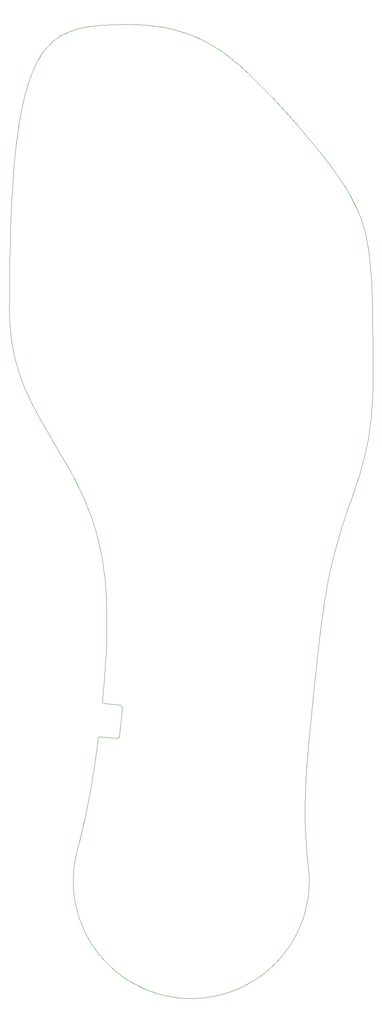
<source format=gm1>
G04 #@! TF.GenerationSoftware,KiCad,Pcbnew,(5.0.0)*
G04 #@! TF.CreationDate,2019-10-21T15:10:15+02:00*
G04 #@! TF.ProjectId,Insole_PCB,496E736F6C655F5043422E6B69636164,rev?*
G04 #@! TF.SameCoordinates,Original*
G04 #@! TF.FileFunction,Profile,NP*
%FSLAX46Y46*%
G04 Gerber Fmt 4.6, Leading zero omitted, Abs format (unit mm)*
G04 Created by KiCad (PCBNEW (5.0.0)) date 10/21/19 15:10:15*
%MOMM*%
%LPD*%
G01*
G04 APERTURE LIST*
%ADD10C,0.100000*%
G04 APERTURE END LIST*
D10*
X189388379Y-193388074D02*
G75*
G02X189599453Y-193230707I181074J-22633D01*
G01*
X190389453Y-186121040D02*
G75*
G02X190239453Y-185960707I0J150333D01*
G01*
X193879814Y-193227019D02*
G75*
G02X193449453Y-193580707I-390361J36312D01*
G01*
X194100986Y-186471691D02*
G75*
G02X194539453Y-187100707I-131533J-559016D01*
G01*
X193879453Y-193230707D02*
X194539453Y-187080707D01*
X198112720Y-41425145D02*
X196891840Y-41380545D01*
X218313750Y-49091791D02*
X217211160Y-48218073D01*
X214877750Y-46565981D02*
X213633090Y-45795160D01*
X208729260Y-43452965D02*
X207937560Y-43172655D01*
X180730767Y-44229395D02*
X180249871Y-44576015D01*
X181227346Y-43909155D02*
X180730767Y-44229395D01*
X182821591Y-43091215D02*
X182271714Y-43341625D01*
X183391317Y-42860985D02*
X182821591Y-43091215D01*
X184595027Y-42456965D02*
X183981965Y-42649455D01*
X206266160Y-42661885D02*
X205382490Y-42433325D01*
X200404960Y-41596445D02*
X199282920Y-41497645D01*
X193759870Y-41381245D02*
X192866800Y-41402045D01*
X189531613Y-41591145D02*
X188756677Y-41669045D01*
X199282920Y-41497645D02*
X198112720Y-41425145D01*
X203509270Y-42034555D02*
X202515760Y-41866235D01*
X181740647Y-43613755D02*
X181227346Y-43909155D01*
X212327210Y-45066215D02*
X210952200Y-44382355D01*
X204464190Y-42223895D02*
X203509270Y-42034555D01*
X187276849Y-41867315D02*
X186571790Y-41989345D01*
X188005117Y-41760845D02*
X187276849Y-41867315D01*
X188756677Y-41669045D02*
X188005117Y-41760845D01*
X207937560Y-43172655D02*
X207117190Y-42908645D01*
X210952200Y-44382355D02*
X210234590Y-44058755D01*
X216068130Y-47374880D02*
X214877750Y-46565981D01*
X195617750Y-41365345D02*
X194676830Y-41369345D01*
X196891840Y-41380545D02*
X195617750Y-41365345D01*
X190330010Y-41526345D02*
X189531613Y-41591145D01*
X182271714Y-43341625D02*
X181740647Y-43613755D01*
X194676830Y-41369345D02*
X193759870Y-41381245D01*
X202515760Y-41866235D02*
X201481650Y-41719875D01*
X213633090Y-45795160D02*
X212327210Y-45066215D01*
X183981965Y-42649455D02*
X183391317Y-42860985D01*
X207117190Y-42908645D02*
X206266160Y-42661885D01*
X192866800Y-41402045D02*
X191997520Y-41432645D01*
X217211160Y-48218073D02*
X216068130Y-47374880D01*
X179330958Y-45354585D02*
X178890757Y-45789649D01*
X210234590Y-44058755D02*
X209494280Y-43748655D01*
X180249871Y-44576015D02*
X179783616Y-44950555D01*
X179783616Y-44950555D02*
X179330958Y-45354585D01*
X209494280Y-43748655D02*
X208729260Y-43452965D01*
X185230964Y-42283345D02*
X184595027Y-42456965D01*
X185889856Y-42127745D02*
X185230964Y-42283345D01*
X191997520Y-41432645D02*
X191151950Y-41473745D01*
X177635771Y-47297698D02*
X177237627Y-47876303D01*
X186571790Y-41989345D02*
X185889856Y-42127745D01*
X191151950Y-41473745D02*
X190330010Y-41526345D01*
X205382490Y-42433325D02*
X204464190Y-42223895D01*
X178044054Y-46759093D02*
X177635771Y-47297698D01*
X178462170Y-46257300D02*
X178044054Y-46759093D01*
X178890757Y-45789649D02*
X178462170Y-46257300D01*
X201481650Y-41719875D02*
X200404960Y-41596445D01*
X246441870Y-86604067D02*
X246135670Y-85342867D01*
X247716440Y-98679445D02*
X247672040Y-97554110D01*
X247875540Y-108228525D02*
X247865540Y-106659475D01*
X245019370Y-81914324D02*
X244580760Y-80858065D01*
X246715250Y-87944719D02*
X246582620Y-87263338D01*
X247890540Y-113419274D02*
X247887540Y-111604735D01*
X243062450Y-77817171D02*
X242488930Y-76821680D01*
X236875490Y-68898310D02*
X235246350Y-66889361D01*
X247786540Y-101090864D02*
X247754440Y-99857157D01*
X247065600Y-90144411D02*
X246956620Y-89382963D01*
X242488930Y-76821680D02*
X241883440Y-75830675D01*
X247834840Y-103741034D02*
X247813140Y-102384260D01*
X247891760Y-115323023D02*
X247891300Y-114359766D01*
X246135670Y-85342867D02*
X245796630Y-84147249D01*
X247620940Y-96478369D02*
X247563040Y-95449930D01*
X238428610Y-70892290D02*
X236875490Y-68898310D01*
X247891300Y-114359766D02*
X247890540Y-113419274D01*
X244108530Y-79829310D02*
X243602510Y-78818575D01*
X246956620Y-89382963D02*
X246839880Y-88650496D01*
X247347140Y-92625532D02*
X247260740Y-91763407D01*
X247563040Y-95449930D02*
X247498140Y-94466505D01*
X247892000Y-116309506D02*
X247891760Y-115323023D01*
X247693560Y-123231375D02*
X247753660Y-122298988D01*
X247803060Y-121345690D02*
X247841660Y-120371340D01*
X239890020Y-72870096D02*
X239171570Y-71882563D01*
X247869360Y-119375708D02*
X247886060Y-118358563D01*
X247852140Y-105164873D02*
X247834840Y-103741034D01*
X247887540Y-111604735D02*
X247882540Y-109875715D01*
X245796630Y-84147249D02*
X245424600Y-83007559D01*
X219382840Y-49992243D02*
X218313750Y-49091791D01*
X240582490Y-73856325D02*
X239890020Y-72870096D01*
X247892060Y-117319676D02*
X247892000Y-116309506D01*
X247166940Y-90937128D02*
X247065600Y-90144411D01*
X233552360Y-64870524D02*
X231803080Y-62845362D01*
X247672040Y-97554110D02*
X247620940Y-96478369D01*
X246839880Y-88650496D02*
X246715250Y-87944719D01*
X247541890Y-125033993D02*
X247693560Y-123231375D01*
X220425350Y-50915636D02*
X219382840Y-49992243D01*
X247882540Y-109875715D02*
X247875540Y-108228525D01*
X247350090Y-126759045D02*
X247541890Y-125033993D01*
X224409890Y-54773943D02*
X222451050Y-52816729D01*
X221447330Y-51858126D02*
X220425350Y-50915636D01*
X241247450Y-74842707D02*
X240582490Y-73856325D01*
X222451050Y-52816729D02*
X221447330Y-51858126D01*
X226314350Y-56770662D02*
X224409890Y-54773943D01*
X245424600Y-83007559D02*
X245019370Y-81914324D01*
X228176950Y-58790301D02*
X226314350Y-56770662D01*
X247260740Y-91763407D02*
X247166940Y-90937128D01*
X247813140Y-102384260D02*
X247786540Y-101090864D01*
X230008050Y-60817454D02*
X228176950Y-58790301D01*
X243602510Y-78818575D02*
X243062450Y-77817171D01*
X247753660Y-122298988D02*
X247803060Y-121345690D01*
X231803080Y-62845362D02*
X230008050Y-60817454D01*
X235246350Y-66889361D02*
X233552360Y-64870524D01*
X239171570Y-71882563D02*
X238428610Y-70892290D01*
X246582620Y-87263338D02*
X246441870Y-86604067D01*
X247886060Y-118358563D02*
X247892060Y-117319676D01*
X247865540Y-106659475D02*
X247852140Y-105164873D01*
X247754440Y-99857157D02*
X247716440Y-98679445D01*
X247498140Y-94466505D02*
X247426240Y-93525805D01*
X241883440Y-75830675D02*
X241247450Y-74842707D01*
X244580760Y-80858065D02*
X244108530Y-79829310D01*
X247841660Y-120371340D02*
X247869360Y-119375708D01*
X247426240Y-93525805D02*
X247347140Y-92625532D01*
X227161380Y-241466303D02*
X228178780Y-240361277D01*
X239263240Y-155792210D02*
X239662630Y-154178675D01*
X233615780Y-202226645D02*
X233818390Y-199175970D01*
X234134470Y-220825037D02*
X233948430Y-219201746D01*
X242360790Y-145329447D02*
X243302750Y-142614015D01*
X240961430Y-149584760D02*
X241421240Y-148133024D01*
X240080110Y-152606776D02*
X240513710Y-151075732D01*
X238883930Y-157448162D02*
X239263240Y-155792210D01*
X237317060Y-166309981D02*
X237589860Y-164476893D01*
X235215620Y-184595343D02*
X235397310Y-182847693D01*
X233413780Y-209808573D02*
X233412780Y-208284075D01*
X228178780Y-240361277D02*
X229128370Y-239197458D01*
X234368310Y-192919886D02*
X234527920Y-191308169D01*
X234072900Y-196080786D02*
X234368310Y-192919886D01*
X233230240Y-231225306D02*
X233625120Y-229776072D01*
X233932740Y-228305849D02*
X234152000Y-226819872D01*
X235583180Y-181074370D02*
X235773450Y-179276613D01*
X234152000Y-226819872D02*
X234282110Y-225323450D01*
X230810790Y-236710245D02*
X231537610Y-235395739D01*
X235773450Y-179276613D02*
X236168130Y-175613007D01*
X238192850Y-160889167D02*
X238526660Y-159147315D01*
X231537610Y-235395739D02*
X232184610Y-234040163D01*
X234863960Y-188008680D02*
X235037910Y-186316084D01*
X233438580Y-211341799D02*
X233413780Y-209808573D01*
X233663370Y-216011843D02*
X233562380Y-214441645D01*
X229128370Y-239197458D02*
X230006750Y-237978998D01*
X232184610Y-234040163D02*
X232749490Y-232648363D01*
X226079780Y-242508591D02*
X227161380Y-241466303D01*
X239662630Y-154178675D02*
X240080110Y-152606776D01*
X233487780Y-212885561D02*
X233438580Y-211341799D01*
X247120570Y-128413241D02*
X247350090Y-126759045D01*
X241421240Y-148133024D02*
X241889030Y-146716842D01*
X234282110Y-225323450D02*
X234322610Y-223821932D01*
X233476080Y-205254000D02*
X233615780Y-202226645D01*
X240513710Y-151075732D02*
X240961430Y-149584760D01*
X238526660Y-159147315D02*
X238883930Y-157448162D01*
X235397310Y-182847693D02*
X235583180Y-181074370D01*
X237881190Y-162667833D02*
X238192850Y-160889167D01*
X234322610Y-223821932D02*
X234273310Y-222320673D01*
X232749490Y-232648363D02*
X233230240Y-231225306D01*
X234527920Y-191308169D02*
X234693620Y-189672072D01*
X243302750Y-142614015D02*
X244220120Y-139932720D01*
X235037910Y-186316084D02*
X235215620Y-184595343D01*
X237061000Y-168160731D02*
X237317060Y-166309981D01*
X233562380Y-214441645D02*
X233487780Y-212885561D01*
X246855720Y-130003289D02*
X247120570Y-128413241D01*
X236168130Y-175613007D02*
X236591880Y-171889746D01*
X246229630Y-133017773D02*
X246557940Y-131535896D01*
X233412780Y-208284075D02*
X233476080Y-205254000D01*
X233791730Y-217597948D02*
X233663370Y-216011843D01*
X233948430Y-219201746D02*
X233791730Y-217597948D01*
X234273310Y-222320673D02*
X234134470Y-220825037D01*
X233625120Y-229776072D02*
X233932740Y-228305849D01*
X230006750Y-237978998D02*
X230810790Y-236710245D01*
X246557940Y-131535896D02*
X246855720Y-130003289D01*
X245873190Y-134455624D02*
X246229630Y-133017773D01*
X245491040Y-135856644D02*
X245873190Y-134455624D01*
X245085920Y-137231555D02*
X245491040Y-135856644D01*
X237589860Y-164476893D02*
X237881190Y-162667833D01*
X241889030Y-146716842D02*
X242360790Y-145329447D01*
X236591880Y-171889746D02*
X237061000Y-168160731D01*
X234693620Y-189672072D02*
X234863960Y-188008680D01*
X233818390Y-199175970D02*
X234072900Y-196080786D01*
X244220120Y-139932720D02*
X245085920Y-137231555D01*
X184166193Y-226317528D02*
X184355545Y-227807610D01*
X191921510Y-242165301D02*
X193043580Y-243163861D01*
X200832710Y-247603465D02*
X202263700Y-248060065D01*
X205194620Y-248713095D02*
X206684090Y-248907185D01*
X217061090Y-247766575D02*
X218472840Y-247253585D01*
X184055873Y-223316765D02*
X184066183Y-224818794D01*
X188940071Y-238793572D02*
X189866080Y-239976242D01*
X206684090Y-248907185D02*
X208182500Y-249011955D01*
X184304160Y-220324265D02*
X184135293Y-221816803D01*
X195456450Y-244951281D02*
X196738620Y-245733735D01*
X184633559Y-229283722D02*
X184999243Y-230740601D01*
X215621220Y-248194335D02*
X217061090Y-247766575D01*
X212677770Y-248788325D02*
X214158370Y-248535325D01*
X202263700Y-248060065D02*
X203719400Y-248430385D01*
X186607726Y-234944199D02*
X187307980Y-236273049D01*
X189866080Y-239976242D02*
X190861080Y-241101486D01*
X184999243Y-230740601D02*
X185451292Y-232173027D01*
X196738620Y-245733735D02*
X198065230Y-246438225D01*
X184561875Y-218844467D02*
X184304160Y-220324265D01*
X211184700Y-248952455D02*
X212677770Y-248788325D01*
X188086354Y-237557701D02*
X188940071Y-238793572D01*
X184355545Y-227807610D02*
X184633559Y-229283722D01*
X190861080Y-241101486D02*
X191921510Y-242165301D01*
X224937870Y-243484411D02*
X226079780Y-242508591D01*
X223739700Y-244390281D02*
X224937870Y-243484411D01*
X222489570Y-245222971D02*
X223739700Y-244390281D01*
X209684490Y-249027055D02*
X211184700Y-248952455D01*
X198065230Y-246438225D02*
X199431560Y-247062205D01*
X187307980Y-236273049D02*
X188086354Y-237557701D01*
X184135293Y-221816803D02*
X184055873Y-223316765D01*
X203719400Y-248430385D02*
X205194620Y-248713095D01*
X221191940Y-245979515D02*
X222489570Y-245222971D01*
X219851430Y-246657185D02*
X221191940Y-245979515D01*
X218472840Y-247253585D02*
X219851430Y-246657185D01*
X214158370Y-248535325D02*
X215621220Y-248194335D01*
X208182500Y-249011955D02*
X209684490Y-249027055D01*
X193043580Y-243163861D02*
X194223300Y-244093641D01*
X185451292Y-232173027D02*
X185988091Y-233575897D01*
X184066183Y-224818794D02*
X184166193Y-226317528D01*
X199431560Y-247062205D02*
X200832710Y-247603465D01*
X194223300Y-244093641D02*
X195456450Y-244951281D01*
X185988091Y-233575897D02*
X186607726Y-234944199D01*
X171990168Y-66563605D02*
X171812327Y-68133460D01*
X171491846Y-71462508D02*
X171348952Y-73223769D01*
X176105726Y-49864981D02*
X175749827Y-50616408D01*
X179767515Y-130274587D02*
X181621782Y-133415152D01*
X177237627Y-47876303D02*
X176849795Y-48496199D01*
X184312719Y-138219203D02*
X185152248Y-139862923D01*
X177048028Y-125569173D02*
X177936172Y-127142749D01*
X176188341Y-123984660D02*
X177048028Y-125569173D01*
X175364683Y-122384839D02*
X176188341Y-123984660D01*
X170604999Y-89773108D02*
X170559979Y-92164782D01*
X181621782Y-133415152D02*
X182538574Y-134999637D01*
X170527279Y-104553801D02*
X170584619Y-105560038D01*
X170485779Y-99795455D02*
X170480879Y-102494364D01*
X173311686Y-58404624D02*
X173060545Y-59619322D01*
X170988089Y-78907035D02*
X170889979Y-80938079D01*
X170660389Y-87455638D02*
X170604999Y-89773108D01*
X170726259Y-85211337D02*
X170660389Y-87455638D01*
X174748636Y-53154097D02*
X174437632Y-54098700D01*
X170802749Y-83039164D02*
X170726259Y-85211337D01*
X173575129Y-57246474D02*
X173311686Y-58404624D01*
X173850714Y-56143614D02*
X173575129Y-57246474D01*
X171031209Y-109439646D02*
X171194944Y-110375621D01*
X173060545Y-59619322D02*
X172821886Y-60890975D01*
X186705028Y-143227240D02*
X187407756Y-144950158D01*
X170559979Y-92164782D02*
X170525189Y-94631705D01*
X171217444Y-75050917D02*
X171097201Y-76944991D01*
X170765359Y-107527949D02*
X170887868Y-108490584D01*
X177936172Y-127142749D02*
X179767515Y-130274587D01*
X172381697Y-63608008D02*
X172179915Y-65055464D01*
X174584623Y-120765340D02*
X175364683Y-122384839D01*
X173855741Y-119121789D02*
X174584623Y-120765340D01*
X170584619Y-105560038D02*
X170664129Y-106551261D01*
X170889979Y-80938079D02*
X170802749Y-83039164D01*
X170525189Y-94631705D02*
X170500499Y-97174914D01*
X171097201Y-76944991D02*
X170988089Y-78907035D01*
X175071112Y-52259688D02*
X174748636Y-53154097D01*
X171581808Y-112210208D02*
X172044904Y-113998198D01*
X175404898Y-51414221D02*
X175071112Y-52259688D01*
X171378622Y-111298979D02*
X171581808Y-112210208D01*
X170887868Y-108490584D02*
X171031209Y-109439646D01*
X170480879Y-102494364D02*
X170492549Y-103532069D01*
X172595644Y-62220191D02*
X172381697Y-63608008D01*
X172821886Y-60890975D02*
X172595644Y-62220191D01*
X174138270Y-55094786D02*
X173850714Y-56143614D01*
X174437632Y-54098700D02*
X174138270Y-55094786D01*
X170492549Y-103532069D02*
X170527279Y-104553801D01*
X187407756Y-144950158D02*
X188054359Y-146701798D01*
X171348952Y-73223769D02*
X171217444Y-75050917D01*
X185951438Y-141531882D02*
X186705028Y-143227240D01*
X185152248Y-139862923D02*
X185951438Y-141531882D01*
X183438373Y-136599420D02*
X184312719Y-138219203D01*
X172044904Y-113998198D02*
X172580690Y-115743432D01*
X170500499Y-97174914D02*
X170485779Y-99795455D01*
X171812327Y-68133460D02*
X171646261Y-69766081D01*
X175749827Y-50616408D02*
X175404898Y-51414221D01*
X176472441Y-49158675D02*
X176105726Y-49864981D01*
X172580690Y-115743432D02*
X173185606Y-117449757D01*
X171646261Y-69766081D02*
X171491846Y-71462508D01*
X171194944Y-110375621D02*
X171378622Y-111298979D01*
X172179915Y-65055464D02*
X171990168Y-66563605D01*
X176849795Y-48496199D02*
X176472441Y-49158675D01*
X182538574Y-134999637D02*
X183438373Y-136599420D01*
X173185606Y-117449757D02*
X173855741Y-119121789D01*
X170664129Y-106551261D02*
X170765359Y-107527949D01*
X189158498Y-150295264D02*
X189610942Y-152135030D01*
X191222170Y-169522286D02*
X191196570Y-171499570D01*
X193459453Y-193580707D02*
X189609453Y-193230707D01*
X188457708Y-200363070D02*
X188160675Y-202169921D01*
X191217170Y-167547768D02*
X191222170Y-169522286D01*
X187529495Y-205718466D02*
X187195684Y-207457995D01*
X189013512Y-196689814D02*
X188742065Y-198535998D01*
X190960320Y-177430895D02*
X190692780Y-181367572D01*
X190328810Y-155887650D02*
X190600550Y-157795455D01*
X184907913Y-217383094D02*
X184561875Y-218844467D01*
X185726164Y-214174796D02*
X185324135Y-215791785D01*
X191104870Y-163614554D02*
X191179870Y-165577725D01*
X187195684Y-207457995D02*
X186848759Y-209173728D01*
X188160675Y-202169921D02*
X187851192Y-203955424D01*
X191142870Y-173477906D02*
X191063370Y-175455586D01*
X191196570Y-171499570D02*
X191142870Y-173477906D01*
X188639574Y-148483321D02*
X189158498Y-150295264D01*
X186848759Y-209173728D02*
X186488306Y-210865370D01*
X190818370Y-159720891D02*
X190985420Y-161661431D01*
X191179870Y-165577725D02*
X191217170Y-167547768D01*
X186114164Y-212532530D02*
X185726164Y-214174796D01*
X191063370Y-175455586D02*
X190960320Y-177430895D01*
X186488306Y-210865370D02*
X186114164Y-212532530D01*
X190985420Y-161661431D02*
X191104870Y-163614554D01*
X190692780Y-181367572D02*
X190239453Y-185950707D01*
X189389453Y-193380707D02*
X189013512Y-196689814D01*
X190600550Y-157795455D02*
X190818370Y-159720891D01*
X187851192Y-203955424D02*
X187529495Y-205718466D01*
X185324135Y-215791785D02*
X184907913Y-217383094D01*
X189610942Y-152135030D02*
X190000000Y-154000000D01*
X188742065Y-198535998D02*
X188457708Y-200363070D01*
X190379453Y-186120707D02*
X194099453Y-186470707D01*
X188054359Y-146701798D02*
X188639574Y-148483321D01*
X190000000Y-154000000D02*
X190328810Y-155887650D01*
M02*

</source>
